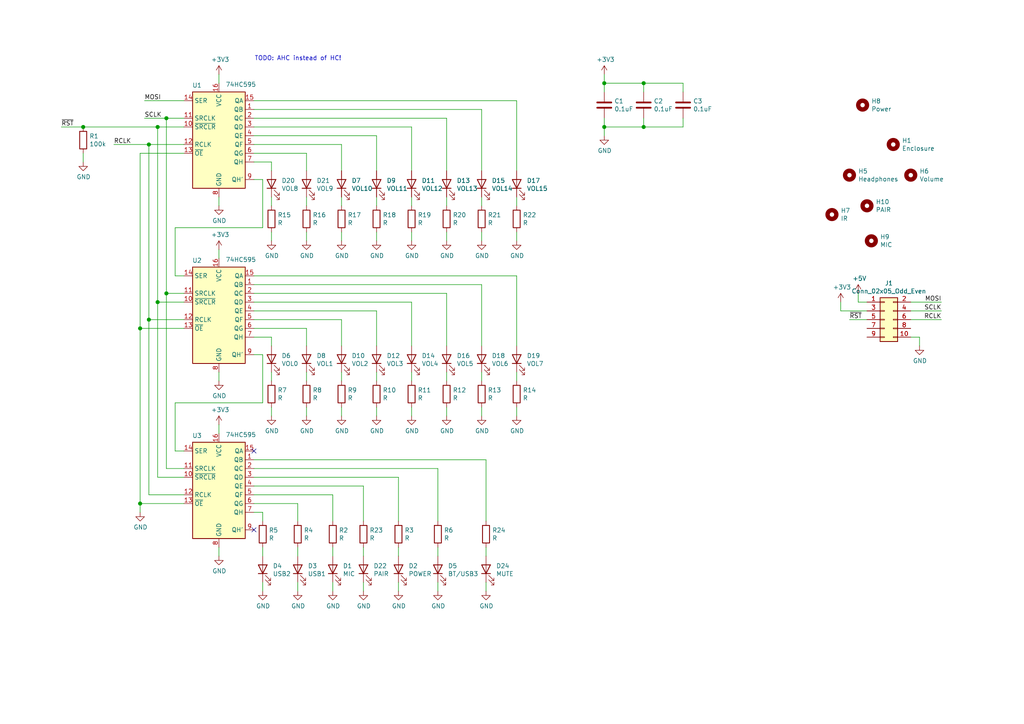
<source format=kicad_sch>
(kicad_sch (version 20201015) (generator eeschema)
  (page 1 1)
  (paper "A4")
  (lib_symbols
    (symbol "74xx:74HC595"
      (property "Reference" "U" (at -7.62 13.97 0))
      (property "Value" "74HC595" (at -7.62 -16.51 0))
      (symbol "74HC595_1_0"
        (pin tri_state line (at 10.16 7.62 180) (length 2.54) (name "QB") (number "1"))
        (pin input line (at -10.16 2.54 0) (length 2.54) (name "~SRCLR") (number "10"))
        (pin input line (at -10.16 5.08 0) (length 2.54) (name "SRCLK") (number "11"))
        (pin input line (at -10.16 -2.54 0) (length 2.54) (name "RCLK") (number "12"))
        (pin input line (at -10.16 -5.08 0) (length 2.54) (name "~OE") (number "13"))
        (pin input line (at -10.16 10.16 0) (length 2.54) (name "SER") (number "14"))
        (pin tri_state line (at 10.16 10.16 180) (length 2.54) (name "QA") (number "15"))
        (pin power_in line (at 0 15.24 270) (length 2.54) (name "VCC") (number "16"))
        (pin tri_state line (at 10.16 5.08 180) (length 2.54) (name "QC") (number "2"))
        (pin tri_state line (at 10.16 2.54 180) (length 2.54) (name "QD") (number "3"))
        (pin tri_state line (at 10.16 0 180) (length 2.54) (name "QE") (number "4"))
        (pin tri_state line (at 10.16 -2.54 180) (length 2.54) (name "QF") (number "5"))
        (pin tri_state line (at 10.16 -5.08 180) (length 2.54) (name "QG") (number "6"))
        (pin tri_state line (at 10.16 -7.62 180) (length 2.54) (name "QH") (number "7"))
        (pin power_in line (at 0 -17.78 90) (length 2.54) (name "GND") (number "8"))
        (pin output line (at 10.16 -12.7 180) (length 2.54) (name "QH'") (number "9"))
      )
      (symbol "74HC595_1_1"
        (rectangle (start -7.62 12.7) (end 7.62 -15.24) (stroke (width 0.254)) (fill (type background)))
      )
    )
    (symbol "Connector_Generic:Conn_02x05_Odd_Even" (pin_names (offset 1.016) hide)
      (property "Reference" "J" (at 1.27 7.62 0))
      (property "Value" "Conn_02x05_Odd_Even" (at 1.27 -7.62 0))
      (symbol "Conn_02x05_Odd_Even_1_1"
        (rectangle (start -1.27 -4.953) (end 0 -5.207) (stroke (width 0.1524)))
        (rectangle (start -1.27 -2.413) (end 0 -2.667) (stroke (width 0.1524)))
        (rectangle (start -1.27 2.667) (end 0 2.413) (stroke (width 0.1524)))
        (rectangle (start -1.27 5.207) (end 0 4.953) (stroke (width 0.1524)))
        (rectangle (start -1.27 6.35) (end 3.81 -6.35) (stroke (width 0.254)) (fill (type background)))
        (rectangle (start -1.27 0.127) (end 0 -0.127) (stroke (width 0.1524)))
        (rectangle (start 3.81 -4.953) (end 2.54 -5.207) (stroke (width 0.1524)))
        (rectangle (start 3.81 -2.413) (end 2.54 -2.667) (stroke (width 0.1524)))
        (rectangle (start 3.81 2.667) (end 2.54 2.413) (stroke (width 0.1524)))
        (rectangle (start 3.81 5.207) (end 2.54 4.953) (stroke (width 0.1524)))
        (rectangle (start 3.81 0.127) (end 2.54 -0.127) (stroke (width 0.1524)))
        (pin passive line (at -5.08 5.08 0) (length 3.81) (name "Pin_1") (number "1"))
        (pin passive line (at 7.62 -5.08 180) (length 3.81) (name "Pin_10") (number "10"))
        (pin passive line (at 7.62 5.08 180) (length 3.81) (name "Pin_2") (number "2"))
        (pin passive line (at -5.08 2.54 0) (length 3.81) (name "Pin_3") (number "3"))
        (pin passive line (at 7.62 2.54 180) (length 3.81) (name "Pin_4") (number "4"))
        (pin passive line (at -5.08 0 0) (length 3.81) (name "Pin_5") (number "5"))
        (pin passive line (at 7.62 0 180) (length 3.81) (name "Pin_6") (number "6"))
        (pin passive line (at -5.08 -2.54 0) (length 3.81) (name "Pin_7") (number "7"))
        (pin passive line (at 7.62 -2.54 180) (length 3.81) (name "Pin_8") (number "8"))
        (pin passive line (at -5.08 -5.08 0) (length 3.81) (name "Pin_9") (number "9"))
      )
    )
    (symbol "Device:C" (pin_numbers hide) (pin_names (offset 0.254))
      (property "Reference" "C" (at 0.635 2.54 0))
      (property "Value" "C" (at 0.635 -2.54 0))
      (symbol "C_0_1"
        (polyline (pts (xy -2.032 -0.762) (xy 2.032 -0.762)) (stroke (width 0.508)))
        (polyline (pts (xy -2.032 0.762) (xy 2.032 0.762)) (stroke (width 0.508)))
      )
      (symbol "C_1_1"
        (pin passive line (at 0 3.81 270) (length 2.794) (name "~") (number "1"))
        (pin passive line (at 0 -3.81 90) (length 2.794) (name "~") (number "2"))
      )
    )
    (symbol "Device:LED" (pin_numbers hide) (pin_names (offset 1.016) hide)
      (property "Reference" "D" (at 0 2.54 0))
      (property "Value" "LED" (at 0 -2.54 0))
      (symbol "LED_0_1"
        (polyline (pts (xy -1.27 -1.27) (xy -1.27 1.27)) (stroke (width 0.254)))
        (polyline (pts (xy -1.27 0) (xy 1.27 0)))
        (polyline (pts (xy 1.27 -1.27) (xy 1.27 1.27) (xy -1.27 0) (xy 1.27 -1.27)) (stroke (width 0.254)))
        (polyline (pts (xy -3.048 -0.762) (xy -4.572 -2.286) (xy -3.81 -2.286) (xy -4.572 -2.286) (xy -4.572 -1.524)))
        (polyline (pts (xy -1.778 -0.762) (xy -3.302 -2.286) (xy -2.54 -2.286) (xy -3.302 -2.286) (xy -3.302 -1.524)))
      )
      (symbol "LED_1_1"
        (pin passive line (at -3.81 0 0) (length 2.54) (name "K") (number "1"))
        (pin passive line (at 3.81 0 180) (length 2.54) (name "A") (number "2"))
      )
    )
    (symbol "Device:R" (pin_numbers hide) (pin_names (offset 0))
      (property "Reference" "R" (at 2.032 0 90))
      (property "Value" "R" (at 0 0 90))
      (symbol "R_0_1"
        (rectangle (start -1.016 -2.54) (end 1.016 2.54) (stroke (width 0.254)))
      )
      (symbol "R_1_1"
        (pin passive line (at 0 3.81 270) (length 1.27) (name "~") (number "1"))
        (pin passive line (at 0 -3.81 90) (length 1.27) (name "~") (number "2"))
      )
    )
    (symbol "Mechanical:MountingHole" (pin_names (offset 1.016))
      (property "Reference" "H" (at 0 5.08 0))
      (property "Value" "MountingHole" (at 0 3.175 0))
      (symbol "MountingHole_0_1"
        (circle (center 0 0) (radius 1.27) (stroke (width 1.27)))
      )
    )
    (symbol "power:+3V3" (power) (pin_names (offset 0))
      (property "Value" "+3V3" (at 0 3.556 0))
      (symbol "+3V3_0_1"
        (polyline (pts (xy -0.762 1.27) (xy 0 2.54)))
        (polyline (pts (xy 0 0) (xy 0 2.54)))
        (polyline (pts (xy 0 2.54) (xy 0.762 1.27)))
      )
      (symbol "+3V3_1_1"
        (pin power_in line (at 0 0 90) (length 0) hide (name "+3V3") (number "1"))
      )
    )
    (symbol "power:+5V" (power) (pin_names (offset 0))
      (property "Value" "+5V" (at 0 3.556 0))
      (symbol "+5V_0_1"
        (polyline (pts (xy -0.762 1.27) (xy 0 2.54)))
        (polyline (pts (xy 0 0) (xy 0 2.54)))
        (polyline (pts (xy 0 2.54) (xy 0.762 1.27)))
      )
      (symbol "+5V_1_1"
        (pin power_in line (at 0 0 90) (length 0) hide (name "+5V") (number "1"))
      )
    )
    (symbol "power:GND" (power) (pin_names (offset 0))
      (property "Value" "GND" (at 0 -3.81 0))
      (symbol "GND_0_1"
        (polyline (pts (xy 0 0) (xy 0 -1.27) (xy 1.27 -1.27) (xy 0 -2.54) (xy -1.27 -1.27) (xy 0 -1.27)))
      )
      (symbol "GND_1_1"
        (pin power_in line (at 0 0 270) (length 0) hide (name "GND") (number "1"))
      )
    )
  )
  (junction (at 24.13 36.83) (diameter 1.016))
  (junction (at 40.64 95.25) (diameter 1.016))
  (junction (at 40.64 146.05) (diameter 1.016))
  (junction (at 43.18 41.91) (diameter 1.016))
  (junction (at 43.18 92.71) (diameter 1.016))
  (junction (at 45.72 36.83) (diameter 1.016))
  (junction (at 45.72 87.63) (diameter 1.016))
  (junction (at 48.26 34.29) (diameter 1.016))
  (junction (at 48.26 85.09) (diameter 1.016))
  (junction (at 175.26 24.13) (diameter 1.016))
  (junction (at 175.26 36.83) (diameter 1.016))
  (junction (at 186.69 24.13) (diameter 1.016))
  (junction (at 186.69 36.83) (diameter 1.016))
  (no_connect (at 73.66 130.81))
  (no_connect (at 73.66 153.67))
  (wire (pts (xy 17.78 36.83) (xy 24.13 36.83)))
  (wire (pts (xy 24.13 36.83) (xy 45.72 36.83)))
  (wire (pts (xy 24.13 44.45) (xy 24.13 46.99)))
  (wire (pts (xy 33.02 41.91) (xy 43.18 41.91)))
  (wire (pts (xy 40.64 44.45) (xy 53.34 44.45)))
  (wire (pts (xy 40.64 95.25) (xy 40.64 44.45)))
  (wire (pts (xy 40.64 95.25) (xy 53.34 95.25)))
  (wire (pts (xy 40.64 146.05) (xy 40.64 95.25)))
  (wire (pts (xy 40.64 146.05) (xy 40.64 148.59)))
  (wire (pts (xy 41.91 29.21) (xy 53.34 29.21)))
  (wire (pts (xy 41.91 34.29) (xy 48.26 34.29)))
  (wire (pts (xy 43.18 41.91) (xy 43.18 92.71)))
  (wire (pts (xy 43.18 41.91) (xy 53.34 41.91)))
  (wire (pts (xy 43.18 92.71) (xy 43.18 143.51)))
  (wire (pts (xy 43.18 92.71) (xy 53.34 92.71)))
  (wire (pts (xy 43.18 143.51) (xy 53.34 143.51)))
  (wire (pts (xy 45.72 36.83) (xy 45.72 87.63)))
  (wire (pts (xy 45.72 36.83) (xy 53.34 36.83)))
  (wire (pts (xy 45.72 87.63) (xy 45.72 138.43)))
  (wire (pts (xy 45.72 87.63) (xy 53.34 87.63)))
  (wire (pts (xy 45.72 138.43) (xy 53.34 138.43)))
  (wire (pts (xy 48.26 34.29) (xy 48.26 85.09)))
  (wire (pts (xy 48.26 85.09) (xy 48.26 135.89)))
  (wire (pts (xy 48.26 85.09) (xy 53.34 85.09)))
  (wire (pts (xy 48.26 135.89) (xy 53.34 135.89)))
  (wire (pts (xy 50.8 66.04) (xy 50.8 80.01)))
  (wire (pts (xy 50.8 80.01) (xy 53.34 80.01)))
  (wire (pts (xy 50.8 116.84) (xy 50.8 130.81)))
  (wire (pts (xy 50.8 130.81) (xy 53.34 130.81)))
  (wire (pts (xy 53.34 34.29) (xy 48.26 34.29)))
  (wire (pts (xy 53.34 146.05) (xy 40.64 146.05)))
  (wire (pts (xy 63.5 21.59) (xy 63.5 24.13)))
  (wire (pts (xy 63.5 57.15) (xy 63.5 59.69)))
  (wire (pts (xy 63.5 72.39) (xy 63.5 74.93)))
  (wire (pts (xy 63.5 107.95) (xy 63.5 110.49)))
  (wire (pts (xy 63.5 123.19) (xy 63.5 125.73)))
  (wire (pts (xy 63.5 158.75) (xy 63.5 161.29)))
  (wire (pts (xy 73.66 29.21) (xy 149.86 29.21)))
  (wire (pts (xy 73.66 31.75) (xy 139.7 31.75)))
  (wire (pts (xy 73.66 34.29) (xy 129.54 34.29)))
  (wire (pts (xy 73.66 36.83) (xy 119.38 36.83)))
  (wire (pts (xy 73.66 39.37) (xy 109.22 39.37)))
  (wire (pts (xy 73.66 41.91) (xy 99.06 41.91)))
  (wire (pts (xy 73.66 46.99) (xy 78.74 46.99)))
  (wire (pts (xy 73.66 52.07) (xy 76.2 52.07)))
  (wire (pts (xy 73.66 80.01) (xy 149.86 80.01)))
  (wire (pts (xy 73.66 82.55) (xy 139.7 82.55)))
  (wire (pts (xy 73.66 85.09) (xy 129.54 85.09)))
  (wire (pts (xy 73.66 87.63) (xy 119.38 87.63)))
  (wire (pts (xy 73.66 90.17) (xy 109.22 90.17)))
  (wire (pts (xy 73.66 92.71) (xy 99.06 92.71)))
  (wire (pts (xy 73.66 95.25) (xy 88.9 95.25)))
  (wire (pts (xy 73.66 97.79) (xy 78.74 97.79)))
  (wire (pts (xy 73.66 102.87) (xy 76.2 102.87)))
  (wire (pts (xy 73.66 133.35) (xy 140.97 133.35)))
  (wire (pts (xy 73.66 135.89) (xy 127 135.89)))
  (wire (pts (xy 73.66 138.43) (xy 115.57 138.43)))
  (wire (pts (xy 73.66 140.97) (xy 105.41 140.97)))
  (wire (pts (xy 73.66 143.51) (xy 96.52 143.51)))
  (wire (pts (xy 73.66 146.05) (xy 86.36 146.05)))
  (wire (pts (xy 73.66 148.59) (xy 76.2 148.59)))
  (wire (pts (xy 76.2 52.07) (xy 76.2 66.04)))
  (wire (pts (xy 76.2 66.04) (xy 50.8 66.04)))
  (wire (pts (xy 76.2 102.87) (xy 76.2 116.84)))
  (wire (pts (xy 76.2 116.84) (xy 50.8 116.84)))
  (wire (pts (xy 76.2 148.59) (xy 76.2 151.13)))
  (wire (pts (xy 76.2 158.75) (xy 76.2 161.29)))
  (wire (pts (xy 76.2 168.91) (xy 76.2 171.45)))
  (wire (pts (xy 78.74 46.99) (xy 78.74 49.53)))
  (wire (pts (xy 78.74 57.15) (xy 78.74 59.69)))
  (wire (pts (xy 78.74 67.31) (xy 78.74 69.85)))
  (wire (pts (xy 78.74 97.79) (xy 78.74 100.33)))
  (wire (pts (xy 78.74 107.95) (xy 78.74 110.49)))
  (wire (pts (xy 78.74 118.11) (xy 78.74 120.65)))
  (wire (pts (xy 86.36 146.05) (xy 86.36 151.13)))
  (wire (pts (xy 86.36 158.75) (xy 86.36 161.29)))
  (wire (pts (xy 86.36 168.91) (xy 86.36 171.45)))
  (wire (pts (xy 88.9 44.45) (xy 73.66 44.45)))
  (wire (pts (xy 88.9 49.53) (xy 88.9 44.45)))
  (wire (pts (xy 88.9 57.15) (xy 88.9 59.69)))
  (wire (pts (xy 88.9 67.31) (xy 88.9 69.85)))
  (wire (pts (xy 88.9 95.25) (xy 88.9 100.33)))
  (wire (pts (xy 88.9 107.95) (xy 88.9 110.49)))
  (wire (pts (xy 88.9 118.11) (xy 88.9 120.65)))
  (wire (pts (xy 96.52 143.51) (xy 96.52 151.13)))
  (wire (pts (xy 96.52 158.75) (xy 96.52 161.29)))
  (wire (pts (xy 96.52 168.91) (xy 96.52 171.45)))
  (wire (pts (xy 99.06 41.91) (xy 99.06 49.53)))
  (wire (pts (xy 99.06 57.15) (xy 99.06 59.69)))
  (wire (pts (xy 99.06 67.31) (xy 99.06 69.85)))
  (wire (pts (xy 99.06 92.71) (xy 99.06 100.33)))
  (wire (pts (xy 99.06 107.95) (xy 99.06 110.49)))
  (wire (pts (xy 99.06 118.11) (xy 99.06 120.65)))
  (wire (pts (xy 105.41 140.97) (xy 105.41 151.13)))
  (wire (pts (xy 105.41 158.75) (xy 105.41 161.29)))
  (wire (pts (xy 105.41 168.91) (xy 105.41 171.45)))
  (wire (pts (xy 109.22 39.37) (xy 109.22 49.53)))
  (wire (pts (xy 109.22 57.15) (xy 109.22 59.69)))
  (wire (pts (xy 109.22 67.31) (xy 109.22 69.85)))
  (wire (pts (xy 109.22 90.17) (xy 109.22 100.33)))
  (wire (pts (xy 109.22 107.95) (xy 109.22 110.49)))
  (wire (pts (xy 109.22 118.11) (xy 109.22 120.65)))
  (wire (pts (xy 115.57 138.43) (xy 115.57 151.13)))
  (wire (pts (xy 115.57 158.75) (xy 115.57 161.29)))
  (wire (pts (xy 115.57 168.91) (xy 115.57 171.45)))
  (wire (pts (xy 119.38 36.83) (xy 119.38 49.53)))
  (wire (pts (xy 119.38 57.15) (xy 119.38 59.69)))
  (wire (pts (xy 119.38 67.31) (xy 119.38 69.85)))
  (wire (pts (xy 119.38 87.63) (xy 119.38 100.33)))
  (wire (pts (xy 119.38 107.95) (xy 119.38 110.49)))
  (wire (pts (xy 119.38 118.11) (xy 119.38 120.65)))
  (wire (pts (xy 127 135.89) (xy 127 151.13)))
  (wire (pts (xy 127 158.75) (xy 127 161.29)))
  (wire (pts (xy 127 168.91) (xy 127 171.45)))
  (wire (pts (xy 129.54 34.29) (xy 129.54 49.53)))
  (wire (pts (xy 129.54 57.15) (xy 129.54 59.69)))
  (wire (pts (xy 129.54 67.31) (xy 129.54 69.85)))
  (wire (pts (xy 129.54 85.09) (xy 129.54 100.33)))
  (wire (pts (xy 129.54 107.95) (xy 129.54 110.49)))
  (wire (pts (xy 129.54 118.11) (xy 129.54 120.65)))
  (wire (pts (xy 139.7 31.75) (xy 139.7 49.53)))
  (wire (pts (xy 139.7 57.15) (xy 139.7 59.69)))
  (wire (pts (xy 139.7 67.31) (xy 139.7 69.85)))
  (wire (pts (xy 139.7 82.55) (xy 139.7 100.33)))
  (wire (pts (xy 139.7 107.95) (xy 139.7 110.49)))
  (wire (pts (xy 139.7 118.11) (xy 139.7 120.65)))
  (wire (pts (xy 140.97 133.35) (xy 140.97 151.13)))
  (wire (pts (xy 140.97 158.75) (xy 140.97 161.29)))
  (wire (pts (xy 140.97 168.91) (xy 140.97 171.45)))
  (wire (pts (xy 149.86 29.21) (xy 149.86 49.53)))
  (wire (pts (xy 149.86 57.15) (xy 149.86 59.69)))
  (wire (pts (xy 149.86 67.31) (xy 149.86 69.85)))
  (wire (pts (xy 149.86 80.01) (xy 149.86 100.33)))
  (wire (pts (xy 149.86 107.95) (xy 149.86 110.49)))
  (wire (pts (xy 149.86 118.11) (xy 149.86 120.65)))
  (wire (pts (xy 175.26 21.59) (xy 175.26 24.13)))
  (wire (pts (xy 175.26 24.13) (xy 175.26 26.67)))
  (wire (pts (xy 175.26 24.13) (xy 186.69 24.13)))
  (wire (pts (xy 175.26 34.29) (xy 175.26 36.83)))
  (wire (pts (xy 175.26 36.83) (xy 175.26 39.37)))
  (wire (pts (xy 175.26 36.83) (xy 186.69 36.83)))
  (wire (pts (xy 186.69 24.13) (xy 186.69 26.67)))
  (wire (pts (xy 186.69 24.13) (xy 198.12 24.13)))
  (wire (pts (xy 186.69 36.83) (xy 186.69 34.29)))
  (wire (pts (xy 186.69 36.83) (xy 198.12 36.83)))
  (wire (pts (xy 198.12 24.13) (xy 198.12 26.67)))
  (wire (pts (xy 198.12 36.83) (xy 198.12 34.29)))
  (wire (pts (xy 243.84 90.17) (xy 243.84 87.63)))
  (wire (pts (xy 246.38 92.71) (xy 251.46 92.71)))
  (wire (pts (xy 248.92 85.09) (xy 248.92 87.63)))
  (wire (pts (xy 248.92 87.63) (xy 251.46 87.63)))
  (wire (pts (xy 251.46 90.17) (xy 243.84 90.17)))
  (wire (pts (xy 264.16 87.63) (xy 273.05 87.63)))
  (wire (pts (xy 264.16 90.17) (xy 273.05 90.17)))
  (wire (pts (xy 264.16 92.71) (xy 273.05 92.71)))
  (wire (pts (xy 264.16 97.79) (xy 266.7 97.79)))
  (wire (pts (xy 266.7 97.79) (xy 266.7 100.33)))
  (text "TODO: AHC instead of HC!" (at 99.06 17.78 180) (effects (font (size 1.27 1.27)) (justify right bottom)))
  (label "~RST" (at 17.78 36.83 0))
  (label "RCLK" (at 33.02 41.91 0))
  (label "MOSI" (at 41.91 29.21 0))
  (label "SCLK" (at 41.91 34.29 0))
  (label "~RST" (at 246.38 92.71 0))
  (label "MOSI" (at 273.05 87.63 180))
  (label "SCLK" (at 273.05 90.17 180))
  (label "RCLK" (at 273.05 92.71 180))
  (symbol (lib_id "power:+3V3") (at 63.5 21.59 0) (unit 1)
    (property "Reference" "#PWR0101" (effects hide))
    (property "Value" "+3V3" (at 63.8683 17.2656 0))
  )
  (symbol (lib_id "power:+3V3") (at 63.5 72.39 0) (unit 1)
    (property "Reference" "#PWR0102" (effects hide))
    (property "Value" "+3V3" (at 63.8683 68.0656 0))
  )
  (symbol (lib_id "power:+3V3") (at 63.5 123.19 0) (unit 1)
    (property "Reference" "#PWR0106" (effects hide))
    (property "Value" "+3V3" (at 63.8683 118.8656 0))
  )
  (symbol (lib_id "power:+3V3") (at 175.26 21.59 0) (unit 1)
    (property "Reference" "#PWR0121" (effects hide))
    (property "Value" "+3V3" (at 175.6283 17.2656 0))
  )
  (symbol (lib_id "power:+3V3") (at 243.84 87.63 0) (unit 1)
    (property "Reference" "#PWR0109" (effects hide))
    (property "Value" "+3V3" (at 244.2083 83.3056 0))
  )
  (symbol (lib_id "power:+5V") (at 248.92 85.09 0) (unit 1)
    (property "Reference" "#PWR0111" (effects hide))
    (property "Value" "+5V" (at 249.2883 80.7656 0))
  )
  (symbol (lib_id "power:GND") (at 24.13 46.99 0) (unit 1)
    (property "Reference" "#PWR0103" (effects hide))
    (property "Value" "GND" (at 24.2443 51.3144 0))
  )
  (symbol (lib_id "power:GND") (at 40.64 148.59 0) (unit 1)
    (property "Reference" "#PWR0108" (effects hide))
    (property "Value" "GND" (at 40.7543 152.9144 0))
  )
  (symbol (lib_id "power:GND") (at 63.5 59.69 0) (unit 1)
    (property "Reference" "#PWR0104" (effects hide))
    (property "Value" "GND" (at 63.6143 64.0144 0))
  )
  (symbol (lib_id "power:GND") (at 63.5 110.49 0) (unit 1)
    (property "Reference" "#PWR0105" (effects hide))
    (property "Value" "GND" (at 63.6143 114.8144 0))
  )
  (symbol (lib_id "power:GND") (at 63.5 161.29 0) (unit 1)
    (property "Reference" "#PWR0107" (effects hide))
    (property "Value" "GND" (at 63.6143 165.6144 0))
  )
  (symbol (lib_id "power:GND") (at 76.2 171.45 0) (unit 1)
    (property "Reference" "#PWR0130" (effects hide))
    (property "Value" "GND" (at 76.3143 175.7744 0))
  )
  (symbol (lib_id "power:GND") (at 78.74 69.85 0) (unit 1)
    (property "Reference" "#PWR0113" (effects hide))
    (property "Value" "GND" (at 78.8543 74.1744 0))
  )
  (symbol (lib_id "power:GND") (at 78.74 120.65 0) (unit 1)
    (property "Reference" "#PWR0127" (effects hide))
    (property "Value" "GND" (at 78.8543 124.9744 0))
  )
  (symbol (lib_id "power:GND") (at 86.36 171.45 0) (unit 1)
    (property "Reference" "#PWR0133" (effects hide))
    (property "Value" "GND" (at 86.4743 175.7744 0))
  )
  (symbol (lib_id "power:GND") (at 88.9 69.85 0) (unit 1)
    (property "Reference" "#PWR0114" (effects hide))
    (property "Value" "GND" (at 89.0143 74.1744 0))
  )
  (symbol (lib_id "power:GND") (at 88.9 120.65 0) (unit 1)
    (property "Reference" "#PWR0128" (effects hide))
    (property "Value" "GND" (at 89.0143 124.9744 0))
  )
  (symbol (lib_id "power:GND") (at 96.52 171.45 0) (unit 1)
    (property "Reference" "#PWR0134" (effects hide))
    (property "Value" "GND" (at 96.6343 175.7744 0))
  )
  (symbol (lib_id "power:GND") (at 99.06 69.85 0) (unit 1)
    (property "Reference" "#PWR0115" (effects hide))
    (property "Value" "GND" (at 99.1743 74.1744 0))
  )
  (symbol (lib_id "power:GND") (at 99.06 120.65 0) (unit 1)
    (property "Reference" "#PWR0129" (effects hide))
    (property "Value" "GND" (at 99.1743 124.9744 0))
  )
  (symbol (lib_id "power:GND") (at 105.41 171.45 0) (unit 1)
    (property "Reference" "#PWR0135" (effects hide))
    (property "Value" "GND" (at 105.5243 175.7744 0))
  )
  (symbol (lib_id "power:GND") (at 109.22 69.85 0) (unit 1)
    (property "Reference" "#PWR0112" (effects hide))
    (property "Value" "GND" (at 109.3343 74.1744 0))
  )
  (symbol (lib_id "power:GND") (at 109.22 120.65 0) (unit 1)
    (property "Reference" "#PWR0122" (effects hide))
    (property "Value" "GND" (at 109.3343 124.9744 0))
  )
  (symbol (lib_id "power:GND") (at 115.57 171.45 0) (unit 1)
    (property "Reference" "#PWR0136" (effects hide))
    (property "Value" "GND" (at 115.6843 175.7744 0))
  )
  (symbol (lib_id "power:GND") (at 119.38 69.85 0) (unit 1)
    (property "Reference" "#PWR0117" (effects hide))
    (property "Value" "GND" (at 119.4943 74.1744 0))
  )
  (symbol (lib_id "power:GND") (at 119.38 120.65 0) (unit 1)
    (property "Reference" "#PWR0126" (effects hide))
    (property "Value" "GND" (at 119.4943 124.9744 0))
  )
  (symbol (lib_id "power:GND") (at 127 171.45 0) (unit 1)
    (property "Reference" "#PWR0131" (effects hide))
    (property "Value" "GND" (at 127.1143 175.7744 0))
  )
  (symbol (lib_id "power:GND") (at 129.54 69.85 0) (unit 1)
    (property "Reference" "#PWR0118" (effects hide))
    (property "Value" "GND" (at 129.6543 74.1744 0))
  )
  (symbol (lib_id "power:GND") (at 129.54 120.65 0) (unit 1)
    (property "Reference" "#PWR0123" (effects hide))
    (property "Value" "GND" (at 129.6543 124.9744 0))
  )
  (symbol (lib_id "power:GND") (at 139.7 69.85 0) (unit 1)
    (property "Reference" "#PWR0119" (effects hide))
    (property "Value" "GND" (at 139.8143 74.1744 0))
  )
  (symbol (lib_id "power:GND") (at 139.7 120.65 0) (unit 1)
    (property "Reference" "#PWR0125" (effects hide))
    (property "Value" "GND" (at 139.8143 124.9744 0))
  )
  (symbol (lib_id "power:GND") (at 140.97 171.45 0) (unit 1)
    (property "Reference" "#PWR0132" (effects hide))
    (property "Value" "GND" (at 141.0843 175.7744 0))
  )
  (symbol (lib_id "power:GND") (at 149.86 69.85 0) (unit 1)
    (property "Reference" "#PWR0116" (effects hide))
    (property "Value" "GND" (at 149.9743 74.1744 0))
  )
  (symbol (lib_id "power:GND") (at 149.86 120.65 0) (unit 1)
    (property "Reference" "#PWR0124" (effects hide))
    (property "Value" "GND" (at 149.9743 124.9744 0))
  )
  (symbol (lib_id "power:GND") (at 175.26 39.37 0) (unit 1)
    (property "Reference" "#PWR0120" (effects hide))
    (property "Value" "GND" (at 175.3743 43.6944 0))
  )
  (symbol (lib_id "power:GND") (at 266.7 100.33 0) (unit 1)
    (property "Reference" "#PWR0110" (effects hide))
    (property "Value" "GND" (at 266.8143 104.6544 0))
  )
  (symbol (lib_id "Mechanical:MountingHole") (at 241.3 62.23 0) (unit 1)
    (property "Reference" "H7" (at 243.8401 61.0806 0) (effects (justify left)))
    (property "Value" "IR" (at 243.84 63.379 0) (effects (justify left)))
    (property "Footprint" "FrontPanel-Footprints:PanelCutout_Vishay_Mold" (effects hide))
  )
  (symbol (lib_id "Mechanical:MountingHole") (at 246.38 50.8 0) (unit 1)
    (property "Reference" "H5" (at 248.9201 49.6506 0) (effects (justify left)))
    (property "Value" "Headphones" (at 248.92 51.949 0) (effects (justify left)))
    (property "Footprint" "FrontPanel-Footprints:PanelCutout_Jack_3.5mm_CUI_SJ-435107" (effects hide))
  )
  (symbol (lib_id "Mechanical:MountingHole") (at 250.19 30.48 0) (unit 1)
    (property "Reference" "H8" (at 252.7301 29.3306 0) (effects (justify left)))
    (property "Value" "Power" (at 252.73 31.629 0) (effects (justify left)))
    (property "Footprint" "FrontPanel-Footprints:PanelCutout_SW_E-Switch_100SP-M7" (effects hide))
  )
  (symbol (lib_id "Mechanical:MountingHole") (at 251.46 59.69 0) (unit 1)
    (property "Reference" "H10" (at 254.0001 58.5406 0) (effects (justify left)))
    (property "Value" "PAIR" (at 254 60.839 0) (effects (justify left)))
    (property "Footprint" "FrontPanel-Footprints:PanelCutout_SW_E-Switch_100SP-M7" (effects hide))
  )
  (symbol (lib_id "Mechanical:MountingHole") (at 252.73 69.85 0) (unit 1)
    (property "Reference" "H9" (at 255.2701 68.7006 0) (effects (justify left)))
    (property "Value" "MIC" (at 255.27 70.999 0) (effects (justify left)))
    (property "Footprint" "FrontPanel-Footprints:PanelCutout_SW_E-Switch_100SP-M7" (effects hide))
  )
  (symbol (lib_id "Mechanical:MountingHole") (at 259.08 41.91 0) (unit 1)
    (property "Reference" "H1" (at 261.6201 40.7606 0) (effects (justify left)))
    (property "Value" "Enclosure" (at 261.62 43.059 0) (effects (justify left)))
    (property "Footprint" "FrontPanel-Footprints:EnclosureEndPlate_1455L1601" (effects hide))
  )
  (symbol (lib_id "Mechanical:MountingHole") (at 264.16 50.8 0) (unit 1)
    (property "Reference" "H6" (at 266.7001 49.6506 0) (effects (justify left)))
    (property "Value" "Volume" (at 266.7 51.949 0) (effects (justify left)))
    (property "Footprint" "FrontPanel-Footprints:PanelCutout_RotaryEncoder_TT_EN12-V_Knob16mm" (effects hide))
  )
  (symbol (lib_id "Device:R") (at 24.13 40.64 0) (unit 1)
    (property "Reference" "R1" (at 25.9081 39.4906 0) (effects (justify left)))
    (property "Value" "100k" (at 25.908 41.789 0) (effects (justify left)))
    (property "Footprint" "Resistor_SMD:R_0603_1608Metric" (effects hide))
  )
  (symbol (lib_id "Device:R") (at 76.2 154.94 0) (unit 1)
    (property "Reference" "R5" (at 77.9781 153.7906 0) (effects (justify left)))
    (property "Value" "R" (at 77.9781 156.0893 0) (effects (justify left)))
    (property "Footprint" "Resistor_SMD:R_0603_1608Metric" (effects hide))
  )
  (symbol (lib_id "Device:R") (at 78.74 63.5 0) (unit 1)
    (property "Reference" "R15" (at 80.5181 62.3506 0) (effects (justify left)))
    (property "Value" "R" (at 80.5181 64.6493 0) (effects (justify left)))
    (property "Footprint" "Resistor_SMD:R_0603_1608Metric" (effects hide))
  )
  (symbol (lib_id "Device:R") (at 78.74 114.3 0) (unit 1)
    (property "Reference" "R7" (at 80.5181 113.1506 0) (effects (justify left)))
    (property "Value" "R" (at 80.5181 115.4493 0) (effects (justify left)))
    (property "Footprint" "Resistor_SMD:R_0603_1608Metric" (effects hide))
  )
  (symbol (lib_id "Device:R") (at 86.36 154.94 0) (unit 1)
    (property "Reference" "R4" (at 88.1381 153.7906 0) (effects (justify left)))
    (property "Value" "R" (at 88.1381 156.0893 0) (effects (justify left)))
    (property "Footprint" "Resistor_SMD:R_0603_1608Metric" (effects hide))
  )
  (symbol (lib_id "Device:R") (at 88.9 63.5 0) (unit 1)
    (property "Reference" "R16" (at 90.6781 62.3506 0) (effects (justify left)))
    (property "Value" "R" (at 90.6781 64.6493 0) (effects (justify left)))
    (property "Footprint" "Resistor_SMD:R_0603_1608Metric" (effects hide))
  )
  (symbol (lib_id "Device:R") (at 88.9 114.3 0) (unit 1)
    (property "Reference" "R8" (at 90.6781 113.1506 0) (effects (justify left)))
    (property "Value" "R" (at 90.6781 115.4493 0) (effects (justify left)))
    (property "Footprint" "Resistor_SMD:R_0603_1608Metric" (effects hide))
  )
  (symbol (lib_id "Device:R") (at 96.52 154.94 0) (unit 1)
    (property "Reference" "R2" (at 98.2981 153.7906 0) (effects (justify left)))
    (property "Value" "R" (at 98.2981 156.0893 0) (effects (justify left)))
    (property "Footprint" "Resistor_SMD:R_0603_1608Metric" (effects hide))
  )
  (symbol (lib_id "Device:R") (at 99.06 63.5 0) (unit 1)
    (property "Reference" "R17" (at 100.8381 62.3506 0) (effects (justify left)))
    (property "Value" "R" (at 100.8381 64.6493 0) (effects (justify left)))
    (property "Footprint" "Resistor_SMD:R_0603_1608Metric" (effects hide))
  )
  (symbol (lib_id "Device:R") (at 99.06 114.3 0) (unit 1)
    (property "Reference" "R9" (at 100.8381 113.1506 0) (effects (justify left)))
    (property "Value" "R" (at 100.8381 115.4493 0) (effects (justify left)))
    (property "Footprint" "Resistor_SMD:R_0603_1608Metric" (effects hide))
  )
  (symbol (lib_id "Device:R") (at 105.41 154.94 0) (unit 1)
    (property "Reference" "R23" (at 107.1881 153.7906 0) (effects (justify left)))
    (property "Value" "R" (at 107.1881 156.0893 0) (effects (justify left)))
    (property "Footprint" "Resistor_SMD:R_0603_1608Metric" (effects hide))
  )
  (symbol (lib_id "Device:R") (at 109.22 63.5 0) (unit 1)
    (property "Reference" "R18" (at 110.9981 62.3506 0) (effects (justify left)))
    (property "Value" "R" (at 110.9981 64.6493 0) (effects (justify left)))
    (property "Footprint" "Resistor_SMD:R_0603_1608Metric" (effects hide))
  )
  (symbol (lib_id "Device:R") (at 109.22 114.3 0) (unit 1)
    (property "Reference" "R10" (at 110.9981 113.1506 0) (effects (justify left)))
    (property "Value" "R" (at 110.9981 115.4493 0) (effects (justify left)))
    (property "Footprint" "Resistor_SMD:R_0603_1608Metric" (effects hide))
  )
  (symbol (lib_id "Device:R") (at 115.57 154.94 0) (unit 1)
    (property "Reference" "R3" (at 117.3481 153.7906 0) (effects (justify left)))
    (property "Value" "R" (at 117.3481 156.0893 0) (effects (justify left)))
    (property "Footprint" "Resistor_SMD:R_0603_1608Metric" (effects hide))
  )
  (symbol (lib_id "Device:R") (at 119.38 63.5 0) (unit 1)
    (property "Reference" "R19" (at 121.1581 62.3506 0) (effects (justify left)))
    (property "Value" "R" (at 121.1581 64.6493 0) (effects (justify left)))
    (property "Footprint" "Resistor_SMD:R_0603_1608Metric" (effects hide))
  )
  (symbol (lib_id "Device:R") (at 119.38 114.3 0) (unit 1)
    (property "Reference" "R11" (at 121.1581 113.1506 0) (effects (justify left)))
    (property "Value" "R" (at 121.1581 115.4493 0) (effects (justify left)))
    (property "Footprint" "Resistor_SMD:R_0603_1608Metric" (effects hide))
  )
  (symbol (lib_id "Device:R") (at 127 154.94 0) (unit 1)
    (property "Reference" "R6" (at 128.7781 153.7906 0) (effects (justify left)))
    (property "Value" "R" (at 128.7781 156.0893 0) (effects (justify left)))
    (property "Footprint" "Resistor_SMD:R_0603_1608Metric" (effects hide))
  )
  (symbol (lib_id "Device:R") (at 129.54 63.5 0) (unit 1)
    (property "Reference" "R20" (at 131.3181 62.3506 0) (effects (justify left)))
    (property "Value" "R" (at 131.3181 64.6493 0) (effects (justify left)))
    (property "Footprint" "Resistor_SMD:R_0603_1608Metric" (effects hide))
  )
  (symbol (lib_id "Device:R") (at 129.54 114.3 0) (unit 1)
    (property "Reference" "R12" (at 131.3181 113.1506 0) (effects (justify left)))
    (property "Value" "R" (at 131.3181 115.4493 0) (effects (justify left)))
    (property "Footprint" "Resistor_SMD:R_0603_1608Metric" (effects hide))
  )
  (symbol (lib_id "Device:R") (at 139.7 63.5 0) (unit 1)
    (property "Reference" "R21" (at 141.4781 62.3506 0) (effects (justify left)))
    (property "Value" "R" (at 141.4781 64.6493 0) (effects (justify left)))
    (property "Footprint" "Resistor_SMD:R_0603_1608Metric" (effects hide))
  )
  (symbol (lib_id "Device:R") (at 139.7 114.3 0) (unit 1)
    (property "Reference" "R13" (at 141.4781 113.1506 0) (effects (justify left)))
    (property "Value" "R" (at 141.4781 115.4493 0) (effects (justify left)))
    (property "Footprint" "Resistor_SMD:R_0603_1608Metric" (effects hide))
  )
  (symbol (lib_id "Device:R") (at 140.97 154.94 0) (unit 1)
    (property "Reference" "R24" (at 142.7481 153.7906 0) (effects (justify left)))
    (property "Value" "R" (at 142.7481 156.0893 0) (effects (justify left)))
    (property "Footprint" "Resistor_SMD:R_0603_1608Metric" (effects hide))
  )
  (symbol (lib_id "Device:R") (at 149.86 63.5 0) (unit 1)
    (property "Reference" "R22" (at 151.6381 62.3506 0) (effects (justify left)))
    (property "Value" "R" (at 151.6381 64.6493 0) (effects (justify left)))
    (property "Footprint" "Resistor_SMD:R_0603_1608Metric" (effects hide))
  )
  (symbol (lib_id "Device:R") (at 149.86 114.3 0) (unit 1)
    (property "Reference" "R14" (at 151.6381 113.1506 0) (effects (justify left)))
    (property "Value" "R" (at 151.6381 115.4493 0) (effects (justify left)))
    (property "Footprint" "Resistor_SMD:R_0603_1608Metric" (effects hide))
  )
  (symbol (lib_id "Device:LED") (at 76.2 165.1 90) (unit 1)
    (property "Reference" "D4" (at 79.1211 164.1411 90) (effects (justify right)))
    (property "Value" "USB2" (at 79.121 166.44 90) (effects (justify right)))
    (property "Footprint" "FrontPanel-Footprints:LED_0805_2012Metric_ReverseMount" (effects hide))
  )
  (symbol (lib_id "Device:LED") (at 78.74 53.34 90) (unit 1)
    (property "Reference" "D20" (at 81.6611 52.3811 90) (effects (justify right)))
    (property "Value" "VOL8" (at 81.661 54.68 90) (effects (justify right)))
    (property "Footprint" "FrontPanel-Footprints:LED_0805_2012Metric_ReverseMount" (effects hide))
  )
  (symbol (lib_id "Device:LED") (at 78.74 104.14 90) (unit 1)
    (property "Reference" "D6" (at 81.6611 103.1811 90) (effects (justify right)))
    (property "Value" "VOL0" (at 81.661 105.48 90) (effects (justify right)))
    (property "Footprint" "FrontPanel-Footprints:LED_0805_2012Metric_ReverseMount" (effects hide))
  )
  (symbol (lib_id "Device:LED") (at 86.36 165.1 90) (unit 1)
    (property "Reference" "D3" (at 89.2811 164.1411 90) (effects (justify right)))
    (property "Value" "USB1" (at 89.281 166.44 90) (effects (justify right)))
    (property "Footprint" "FrontPanel-Footprints:LED_0805_2012Metric_ReverseMount" (effects hide))
  )
  (symbol (lib_id "Device:LED") (at 88.9 53.34 90) (unit 1)
    (property "Reference" "D21" (at 91.8211 52.3811 90) (effects (justify right)))
    (property "Value" "VOL9" (at 91.821 54.68 90) (effects (justify right)))
    (property "Footprint" "FrontPanel-Footprints:LED_0805_2012Metric_ReverseMount" (effects hide))
  )
  (symbol (lib_id "Device:LED") (at 88.9 104.14 90) (unit 1)
    (property "Reference" "D8" (at 91.8211 103.1811 90) (effects (justify right)))
    (property "Value" "VOL1" (at 91.821 105.48 90) (effects (justify right)))
    (property "Footprint" "FrontPanel-Footprints:LED_0805_2012Metric_ReverseMount" (effects hide))
  )
  (symbol (lib_id "Device:LED") (at 96.52 165.1 90) (unit 1)
    (property "Reference" "D1" (at 99.4411 164.1411 90) (effects (justify right)))
    (property "Value" "MIC" (at 99.441 166.44 90) (effects (justify right)))
    (property "Footprint" "FrontPanel-Footprints:LED_0805_2012Metric_ReverseMount" (effects hide))
  )
  (symbol (lib_id "Device:LED") (at 99.06 53.34 90) (unit 1)
    (property "Reference" "D7" (at 101.9811 52.3811 90) (effects (justify right)))
    (property "Value" "VOL10" (at 101.981 54.68 90) (effects (justify right)))
    (property "Footprint" "FrontPanel-Footprints:LED_0805_2012Metric_ReverseMount" (effects hide))
  )
  (symbol (lib_id "Device:LED") (at 99.06 104.14 90) (unit 1)
    (property "Reference" "D10" (at 101.9811 103.1811 90) (effects (justify right)))
    (property "Value" "VOL2" (at 101.981 105.48 90) (effects (justify right)))
    (property "Footprint" "FrontPanel-Footprints:LED_0805_2012Metric_ReverseMount" (effects hide))
  )
  (symbol (lib_id "Device:LED") (at 105.41 165.1 90) (unit 1)
    (property "Reference" "D22" (at 108.3311 164.1411 90) (effects (justify right)))
    (property "Value" "PAIR" (at 108.331 166.44 90) (effects (justify right)))
    (property "Footprint" "FrontPanel-Footprints:LED_0805_2012Metric_ReverseMount" (effects hide))
  )
  (symbol (lib_id "Device:LED") (at 109.22 53.34 90) (unit 1)
    (property "Reference" "D9" (at 112.1411 52.3811 90) (effects (justify right)))
    (property "Value" "VOL11" (at 112.141 54.68 90) (effects (justify right)))
    (property "Footprint" "FrontPanel-Footprints:LED_0805_2012Metric_ReverseMount" (effects hide))
  )
  (symbol (lib_id "Device:LED") (at 109.22 104.14 90) (unit 1)
    (property "Reference" "D12" (at 112.1411 103.1811 90) (effects (justify right)))
    (property "Value" "VOL3" (at 112.141 105.48 90) (effects (justify right)))
    (property "Footprint" "FrontPanel-Footprints:LED_0805_2012Metric_ReverseMount" (effects hide))
  )
  (symbol (lib_id "Device:LED") (at 115.57 165.1 90) (unit 1)
    (property "Reference" "D2" (at 118.4911 164.1411 90) (effects (justify right)))
    (property "Value" "POWER" (at 118.491 166.44 90) (effects (justify right)))
    (property "Footprint" "FrontPanel-Footprints:LED_0805_2012Metric_ReverseMount" (effects hide))
  )
  (symbol (lib_id "Device:LED") (at 119.38 53.34 90) (unit 1)
    (property "Reference" "D11" (at 122.3011 52.3811 90) (effects (justify right)))
    (property "Value" "VOL12" (at 122.301 54.68 90) (effects (justify right)))
    (property "Footprint" "FrontPanel-Footprints:LED_0805_2012Metric_ReverseMount" (effects hide))
  )
  (symbol (lib_id "Device:LED") (at 119.38 104.14 90) (unit 1)
    (property "Reference" "D14" (at 122.3011 103.1811 90) (effects (justify right)))
    (property "Value" "VOL4" (at 122.301 105.48 90) (effects (justify right)))
    (property "Footprint" "FrontPanel-Footprints:LED_0805_2012Metric_ReverseMount" (effects hide))
  )
  (symbol (lib_id "Device:LED") (at 127 165.1 90) (unit 1)
    (property "Reference" "D5" (at 129.9211 164.1411 90) (effects (justify right)))
    (property "Value" "BT/USB3" (at 129.921 166.44 90) (effects (justify right)))
    (property "Footprint" "FrontPanel-Footprints:LED_0805_2012Metric_ReverseMount" (effects hide))
  )
  (symbol (lib_id "Device:LED") (at 129.54 53.34 90) (unit 1)
    (property "Reference" "D13" (at 132.4611 52.3811 90) (effects (justify right)))
    (property "Value" "VOL13" (at 132.461 54.68 90) (effects (justify right)))
    (property "Footprint" "FrontPanel-Footprints:LED_0805_2012Metric_ReverseMount" (effects hide))
  )
  (symbol (lib_id "Device:LED") (at 129.54 104.14 90) (unit 1)
    (property "Reference" "D16" (at 132.4611 103.1811 90) (effects (justify right)))
    (property "Value" "VOL5" (at 132.461 105.48 90) (effects (justify right)))
    (property "Footprint" "FrontPanel-Footprints:LED_0805_2012Metric_ReverseMount" (effects hide))
  )
  (symbol (lib_id "Device:LED") (at 139.7 53.34 90) (unit 1)
    (property "Reference" "D15" (at 142.6211 52.3811 90) (effects (justify right)))
    (property "Value" "VOL14" (at 142.621 54.68 90) (effects (justify right)))
    (property "Footprint" "FrontPanel-Footprints:LED_0805_2012Metric_ReverseMount" (effects hide))
  )
  (symbol (lib_id "Device:LED") (at 139.7 104.14 90) (unit 1)
    (property "Reference" "D18" (at 142.6211 103.1811 90) (effects (justify right)))
    (property "Value" "VOL6" (at 142.621 105.48 90) (effects (justify right)))
    (property "Footprint" "FrontPanel-Footprints:LED_0805_2012Metric_ReverseMount" (effects hide))
  )
  (symbol (lib_id "Device:LED") (at 140.97 165.1 90) (unit 1)
    (property "Reference" "D24" (at 143.8911 164.1411 90) (effects (justify right)))
    (property "Value" "MUTE" (at 143.891 166.44 90) (effects (justify right)))
    (property "Footprint" "FrontPanel-Footprints:LED_0805_2012Metric_ReverseMount" (effects hide))
  )
  (symbol (lib_id "Device:LED") (at 149.86 53.34 90) (unit 1)
    (property "Reference" "D17" (at 152.7811 52.3811 90) (effects (justify right)))
    (property "Value" "VOL15" (at 152.781 54.68 90) (effects (justify right)))
    (property "Footprint" "FrontPanel-Footprints:LED_0805_2012Metric_ReverseMount" (effects hide))
  )
  (symbol (lib_id "Device:LED") (at 149.86 104.14 90) (unit 1)
    (property "Reference" "D19" (at 152.7811 103.1811 90) (effects (justify right)))
    (property "Value" "VOL7" (at 152.781 105.48 90) (effects (justify right)))
    (property "Footprint" "FrontPanel-Footprints:LED_0805_2012Metric_ReverseMount" (effects hide))
  )
  (symbol (lib_id "Device:C") (at 175.26 30.48 0) (unit 1)
    (property "Reference" "C1" (at 178.1811 29.3306 0) (effects (justify left)))
    (property "Value" "0.1uF" (at 178.181 31.629 0) (effects (justify left)))
    (property "Footprint" "Capacitor_SMD:C_0603_1608Metric" (effects hide))
  )
  (symbol (lib_id "Device:C") (at 186.69 30.48 0) (unit 1)
    (property "Reference" "C2" (at 189.6111 29.3306 0) (effects (justify left)))
    (property "Value" "0.1uF" (at 189.611 31.629 0) (effects (justify left)))
    (property "Footprint" "Capacitor_SMD:C_0603_1608Metric" (effects hide))
  )
  (symbol (lib_id "Device:C") (at 198.12 30.48 0) (unit 1)
    (property "Reference" "C3" (at 201.0411 29.3306 0) (effects (justify left)))
    (property "Value" "0.1uF" (at 201.041 31.629 0) (effects (justify left)))
    (property "Footprint" "Capacitor_SMD:C_0603_1608Metric" (effects hide))
  )
  (symbol (lib_id "Connector_Generic:Conn_02x05_Odd_Even") (at 256.54 92.71 0) (unit 1)
    (property "Reference" "J1" (at 257.81 82.1498 0))
    (property "Value" "Conn_02x05_Odd_Even" (at 257.81 84.4485 0))
    (property "Footprint" "Connector_PinHeader_2.54mm:PinHeader_2x05_P2.54mm_Vertical_SMD" (effects hide))
  )
  (symbol (lib_id "74xx:74HC595") (at 63.5 39.37 0) (unit 1)
    (property "Reference" "U1" (at 57.15 24.7458 0))
    (property "Value" "74HC595" (at 69.85 24.5045 0))
    (property "Footprint" "Package_SO:TSSOP-16_4.4x5mm_P0.65mm" (effects hide))
    (property "Datasheet" "http://www.ti.com/lit/ds/symlink/sn74hc595.pdf" (effects hide))
  )
  (symbol (lib_id "74xx:74HC595") (at 63.5 90.17 0) (unit 1)
    (property "Reference" "U2" (at 57.15 75.5458 0))
    (property "Value" "74HC595" (at 69.85 75.3045 0))
    (property "Footprint" "Package_SO:TSSOP-16_4.4x5mm_P0.65mm" (effects hide))
    (property "Datasheet" "http://www.ti.com/lit/ds/symlink/sn74hc595.pdf" (effects hide))
  )
  (symbol (lib_id "74xx:74HC595") (at 63.5 140.97 0) (unit 1)
    (property "Reference" "U3" (at 57.15 126.3458 0))
    (property "Value" "74HC595" (at 69.85 126.1045 0))
    (property "Footprint" "Package_SO:TSSOP-16_4.4x5mm_P0.65mm" (effects hide))
    (property "Datasheet" "http://www.ti.com/lit/ds/symlink/sn74hc595.pdf" (effects hide))
  )
)
</source>
